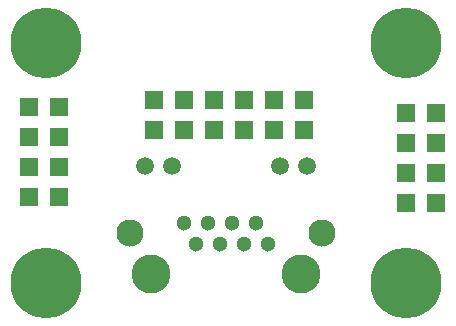
<source format=gbr>
G04 #@! TF.FileFunction,Soldermask,Top*
%FSLAX46Y46*%
G04 Gerber Fmt 4.6, Leading zero omitted, Abs format (unit mm)*
G04 Created by KiCad (PCBNEW 4.0.1-stable) date 16. 2. 2016 8:07:08*
%MOMM*%
G01*
G04 APERTURE LIST*
%ADD10C,0.300000*%
%ADD11C,3.300000*%
%ADD12C,2.300000*%
%ADD13C,1.300000*%
%ADD14C,1.500000*%
%ADD15R,1.524000X1.524000*%
%ADD16C,6.000000*%
G04 APERTURE END LIST*
D10*
D11*
X13970000Y5842000D03*
X26670000Y5842000D03*
D12*
X28450000Y9272000D03*
X12190000Y9272000D03*
D13*
X17780000Y8382000D03*
X19810000Y8382000D03*
X21840000Y8382000D03*
X23870000Y8382000D03*
X16760000Y10162000D03*
X18790000Y10162000D03*
X20820000Y10162000D03*
X22850000Y10162000D03*
D14*
X27180000Y14982000D03*
X24890000Y14982000D03*
X15750000Y14982000D03*
X13460000Y14982000D03*
D15*
X35560000Y19494500D03*
X38100000Y19494500D03*
X35560000Y16954500D03*
X38100000Y16954500D03*
X35560000Y14414500D03*
X38100000Y14414500D03*
X35560000Y11874500D03*
X38100000Y11874500D03*
X6159500Y12382500D03*
X3619500Y12382500D03*
X6159500Y14922500D03*
X3619500Y14922500D03*
X6159500Y17462500D03*
X3619500Y17462500D03*
X14224000Y18034000D03*
X14224000Y20574000D03*
X16764000Y18034000D03*
X16764000Y20574000D03*
D16*
X5080000Y25400000D03*
X35560000Y5080000D03*
X5080000Y5080000D03*
X35560000Y25400000D03*
D15*
X6159500Y20002500D03*
X3619500Y20002500D03*
X19304000Y18034000D03*
X19304000Y20574000D03*
X21844000Y18034000D03*
X21844000Y20574000D03*
X26924000Y18034000D03*
X26924000Y20574000D03*
X24384000Y18034000D03*
X24384000Y20574000D03*
M02*

</source>
